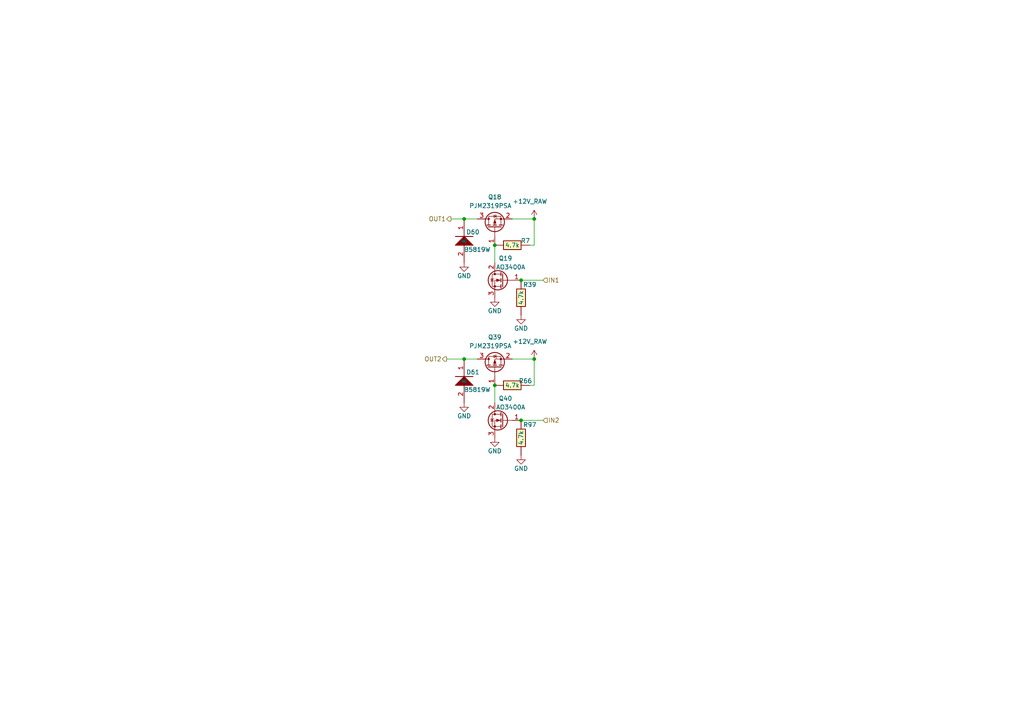
<source format=kicad_sch>
(kicad_sch (version 20230121) (generator eeschema)
  (paper "A4")
  (lib_symbols
    (symbol "Transistor_FET:IRLML5203" (pin_names hide)
      (property "Reference" "Q" (at 5.08 1.905 0))
      (property "Value" "IRLML5203" (at 5.08 0 0))
      (symbol "IRLML5203_0_1"
        (polyline (pts (xy 0.254 0) (xy -2.54 0)))
        (polyline (pts (xy 0.254 1.905) (xy 0.254 -1.905)) (stroke (width 0.254)))
        (polyline (pts (xy 0.762 -1.27) (xy 0.762 -2.286)) (stroke (width 0.254)))
        (polyline (pts (xy 0.762 0.508) (xy 0.762 -0.508)) (stroke (width 0.254)))
        (polyline (pts (xy 0.762 2.286) (xy 0.762 1.27)) (stroke (width 0.254)))
        (polyline (pts (xy 2.54 2.54) (xy 2.54 1.778)))
        (polyline (pts (xy 2.54 -2.54) (xy 2.54 0) (xy 0.762 0)))
        (polyline (pts (xy 0.762 1.778) (xy 3.302 1.778) (xy 3.302 -1.778) (xy 0.762 -1.778)))
        (polyline (pts (xy 2.286 0) (xy 1.27 0.381) (xy 1.27 -0.381) (xy 2.286 0)) (fill (type outline)))
        (polyline (pts (xy 2.794 -0.508) (xy 2.921 -0.381) (xy 3.683 -0.381) (xy 3.81 -0.254)))
        (polyline (pts (xy 3.302 -0.381) (xy 2.921 0.254) (xy 3.683 0.254) (xy 3.302 -0.381)))
        (circle (center 1.651 0) (radius 2.794) (stroke (width 0.254)))
        (circle (center 2.54 -1.778) (radius 0.254) (fill (type outline)))
        (circle (center 2.54 1.778) (radius 0.254) (fill (type outline)))
      )
      (symbol "IRLML5203_1_1"
        (pin input line (at -5.08 0 0) (length 2.54) (name "G") (number "1"))
        (pin passive line (at 2.54 -5.08 90) (length 2.54) (name "S") (number "2"))
        (pin passive line (at 2.54 5.08 270) (length 2.54) (name "D") (number "3"))
      )
    )
    (symbol "hellen-one-common:+12V_RAW" (power) (pin_names (offset 0))
      (property "Value" "+12V_RAW" (at 0 3.556 0))
      (symbol "+12V_RAW_0_1"
        (polyline (pts (xy -0.762 1.27) (xy 0 2.54)))
        (polyline (pts (xy 0 0) (xy 0 2.54)))
        (polyline (pts (xy 0 2.54) (xy 0.762 1.27)))
      )
      (symbol "+12V_RAW_1_1"
        (pin power_in line (at 0 0 90) (length 0) hide (name "+12V_RAW") (number "1"))
      )
    )
    (symbol "hellen-one-common:1N4148WS"
      (property "Reference" "D" (at 0 2.54 0))
      (property "Value" "1N4148WS" (at 0 -3.81 0))
      (symbol "1N4148WS_1_0"
        (polyline (pts (xy 2.54 2.54) (xy 2.54 -2.54)) (stroke (width 0.254)))
        (polyline (pts (xy 0 -2.54) (xy 2.54 0) (xy 0 2.54) (xy 0 -2.54)) (stroke (width 0.254)) (fill (type outline)))
        (pin passive line (at 7.62 0 180) (length 5.08) (name "K") (number "1"))
        (pin passive line (at -5.08 0 0) (length 5.08) (name "A") (number "2"))
      )
    )
    (symbol "hellen-one-common:MOSFET-N" (pin_names hide)
      (property "Reference" "Q" (at 5.08 6.35 0))
      (property "Value" "MOSFET-N" (at 2.54 3.81 0))
      (symbol "MOSFET-N_0_1"
        (polyline (pts (xy 0.254 0) (xy -2.54 0)))
        (polyline (pts (xy 0.254 1.905) (xy 0.254 -1.905)) (stroke (width 0.254)))
        (polyline (pts (xy 0.762 -1.27) (xy 0.762 -2.286)) (stroke (width 0.254)))
        (polyline (pts (xy 0.762 0.508) (xy 0.762 -0.508)) (stroke (width 0.254)))
        (polyline (pts (xy 0.762 2.286) (xy 0.762 1.27)) (stroke (width 0.254)))
        (polyline (pts (xy 2.54 2.54) (xy 2.54 1.778)))
        (polyline (pts (xy 2.54 -2.54) (xy 2.54 0) (xy 0.762 0)))
        (polyline (pts (xy 0.762 -1.778) (xy 3.302 -1.778) (xy 3.302 1.778) (xy 0.762 1.778)))
        (polyline (pts (xy 1.016 0) (xy 2.032 0.381) (xy 2.032 -0.381) (xy 1.016 0)) (fill (type outline)))
        (polyline (pts (xy 2.794 0.508) (xy 2.921 0.381) (xy 3.683 0.381) (xy 3.81 0.254)))
        (polyline (pts (xy 3.302 0.381) (xy 2.921 -0.254) (xy 3.683 -0.254) (xy 3.302 0.381)))
        (circle (center 1.651 0) (radius 2.794) (stroke (width 0.254)))
        (circle (center 2.54 -1.778) (radius 0.254) (fill (type outline)))
        (circle (center 2.54 1.778) (radius 0.254) (fill (type outline)))
      )
      (symbol "MOSFET-N_1_1"
        (pin input line (at -5.08 0 0) (length 2.54) (name "G") (number "1"))
        (pin passive line (at 2.54 5.08 270) (length 2.54) (name "D") (number "2"))
        (pin passive line (at 2.54 -5.08 90) (length 2.54) (name "S") (number "3"))
      )
    )
    (symbol "hellen-one-common:Res" (pin_numbers hide)
      (property "Reference" "R" (at 3.81 2.54 0))
      (property "Value" "Res" (at 5.08 -2.54 0))
      (symbol "Res_1_0"
        (rectangle (start 2.54 -1.27) (end 7.62 1.27) (stroke (width 0.254)) (fill (type background)))
        (pin passive line (at 0 0 0) (length 2.54) (name "") (number "1"))
        (pin passive line (at 10.16 0 180) (length 2.54) (name "") (number "2"))
      )
    )
    (symbol "power:GND" (power) (pin_names (offset 0))
      (property "Value" "GND" (at 0 -3.81 0))
      (symbol "GND_0_1"
        (polyline (pts (xy 0 0) (xy 0 -1.27) (xy 1.27 -1.27) (xy 0 -2.54) (xy -1.27 -1.27) (xy 0 -1.27)))
      )
      (symbol "GND_1_1"
        (pin power_in line (at 0 0 270) (length 0) hide (name "GND") (number "1"))
      )
    )
  )
  (junction (at 134.62 104.14))
  (junction (at 134.62 63.5))
  (junction (at 143.51 111.76))
  (junction (at 154.94 104.14))
  (junction (at 154.94 63.5))
  (junction (at 143.51 71.12))
  (junction (at 151.13 121.92))
  (junction (at 151.13 81.28))
  (wire (pts (xy 153.67 111.76) (xy 154.94 111.76)))
  (wire (pts (xy 154.94 71.12) (xy 154.94 63.5)))
  (wire (pts (xy 151.13 81.28) (xy 157.48 81.28)))
  (wire (pts (xy 143.51 71.12) (xy 143.51 76.2)))
  (wire (pts (xy 148.59 63.5) (xy 154.94 63.5)))
  (wire (pts (xy 134.62 104.14) (xy 138.43 104.14)))
  (wire (pts (xy 151.13 121.92) (xy 157.48 121.92)))
  (wire (pts (xy 130.81 63.5) (xy 134.62 63.5)))
  (wire (pts (xy 153.67 71.12) (xy 154.94 71.12)))
  (wire (pts (xy 134.62 63.5) (xy 138.43 63.5)))
  (wire (pts (xy 134.62 104.14) (xy 129.54 104.14)))
  (wire (pts (xy 154.94 111.76) (xy 154.94 104.14)))
  (wire (pts (xy 148.59 104.14) (xy 154.94 104.14)))
  (wire (pts (xy 143.51 111.76) (xy 143.51 116.84)))
  (hierarchical_label "IN2" (shape input) (at 157.48 121.92 0))
  (hierarchical_label "IN1" (shape input) (at 157.48 81.28 0))
  (hierarchical_label "OUT2" (shape output) (at 129.54 104.14 180))
  (hierarchical_label "OUT1" (shape output) (at 130.81 63.5 180))
  (symbol (lib_id "hellen-one-common:Res") (at 151.13 121.92 270) (unit 1)
    (property "Reference" "R97" (at 153.67 123.19 90))
    (property "Value" "4.7k" (at 151.13 127 0))
    (property "Footprint" "hellen-one-common:R0603" (effects hide))
    (property "LCSC" "C23162" (effects hide))
    (instances (project "alphax_4ch" (path "" (reference "R97") (unit 1)) (path "" (reference "R38") (unit 1))))
  )
  (symbol (lib_id "power:GND") (at 143.51 127 0) (mirror y) (unit 1)
    (property "Reference" "#PWR094" (effects hide))
    (property "Value" "GND" (at 143.51 130.81 0))
    (instances (project "alphax_4ch" (path "" (reference "#PWR094") (unit 1)) (path "" (reference "#PWR091") (unit 1))))
  )
  (symbol (lib_id "power:GND") (at 134.62 76.2 0) (mirror y) (unit 1)
    (property "Reference" "#PWR086" (effects hide))
    (property "Value" "GND" (at 134.62 80.01 0))
  )
  (symbol (lib_id "power:GND") (at 143.51 86.36 0) (mirror y) (unit 1)
    (property "Reference" "#PWR087" (effects hide))
    (property "Value" "GND" (at 143.51 90.17 0))
  )
  (symbol (lib_id "power:GND") (at 151.13 132.08 0) (mirror y) (unit 1)
    (property "Reference" "#PWR097" (effects hide))
    (property "Value" "GND" (at 151.13 135.89 0))
    (instances (project "alphax_4ch" (path "" (reference "#PWR097") (unit 1)) (path "" (reference "#PWR094") (unit 1))))
  )
  (symbol (lib_id "hellen-one-common:1N4148WS") (at 134.62 111.76 90) (unit 1)
    (property "Reference" "D61" (at 137.16 107.95 90))
    (property "Value" "B5819W" (at 138.43 113.03 90))
    (property "Footprint" "hellen-one-common:SOD-123" (effects hide))
    (property "LCSC" "C8598" (effects hide))
    (instances (project "alphax_4ch" (path "" (reference "D61") (unit 1)) (path "" (reference "D51") (unit 1))))
  )
  (symbol (lib_id "Transistor_FET:IRLML5203") (at 143.51 66.04 90) (unit 1)
    (property "Reference" "Q18" (at 143.51 57.15 90))
    (property "Value" "PJM2319PSA" (at 142.24 59.69 90))
    (property "Footprint" "Package_TO_SOT_SMD:SOT-23" (effects hide))
    (property "Datasheet" "https://datasheet.lcsc.com/lcsc/1912111437_PJSEMI-PJM2319PSA_C411720.pdf" (effects hide))
    (property "LCSC" "C411720" (effects hide))
    (instances (project "alphax_4ch" (path "" (reference "Q18") (unit 1)) (path "" (reference "Q2") (unit 1))))
  )
  (symbol (lib_id "hellen-one-common:+12V_RAW") (at 154.94 104.14 0) (mirror y) (unit 1)
    (property "Reference" "#PWR098" (effects hide))
    (property "Value" "+12V_RAW" (at 158.75 99.06 0) (effects (justify left)))
    (instances (project "alphax_4ch" (path "" (reference "#PWR098") (unit 1)) (path "" (reference "#PWR097") (unit 1))))
  )
  (symbol (lib_id "Transistor_FET:IRLML5203") (at 143.51 106.68 90) (unit 1)
    (property "Reference" "Q39" (at 143.51 97.79 90))
    (property "Value" "PJM2319PSA" (at 142.24 100.33 90))
    (property "Footprint" "Package_TO_SOT_SMD:SOT-23" (effects hide))
    (property "Datasheet" "https://datasheet.lcsc.com/lcsc/1912111437_PJSEMI-PJM2319PSA_C411720.pdf" (effects hide))
    (property "LCSC" "C411720" (effects hide))
    (instances (project "alphax_4ch" (path "" (reference "Q39") (unit 1)) (path "" (reference "Q16") (unit 1))))
  )
  (symbol (lib_id "power:GND") (at 134.62 116.84 0) (mirror y) (unit 1)
    (property "Reference" "#PWR090" (effects hide))
    (property "Value" "GND" (at 134.62 120.65 0))
  )
  (symbol (lib_id "hellen-one-common:Res") (at 143.51 111.76 0) (unit 1)
    (property "Reference" "R66" (at 152.4 110.49 0))
    (property "Value" "4.7k" (at 148.59 111.76 0))
    (property "Footprint" "hellen-one-common:R0603" (effects hide))
    (property "LCSC" "C23162" (effects hide))
    (instances (project "alphax_4ch" (path "" (reference "R66") (unit 1)) (path "" (reference "R20") (unit 1))))
  )
  (symbol (lib_id "hellen-one-common:MOSFET-N") (at 146.05 81.28 0) (mirror y) (unit 1)
    (property "Reference" "Q19" (at 148.59 74.93 0) (effects (justify left)))
    (property "Value" "AO3400A" (at 152.4 77.47 0) (effects (justify left)))
    (property "Footprint" "hellen-one-common:SOT-23" (effects hide))
    (property "LCSC" " C20917" (effects hide))
    (instances (project "alphax_4ch" (path "" (reference "Q19") (unit 1)) (path "" (reference "Q4") (unit 1))))
  )
  (symbol (lib_id "power:GND") (at 151.13 91.44 0) (mirror y) (unit 1)
    (property "Reference" "#PWR088" (effects hide))
    (property "Value" "GND" (at 151.13 95.25 0))
  )
  (symbol (lib_id "hellen-one-common:MOSFET-N") (at 146.05 121.92 0) (mirror y) (unit 1)
    (property "Reference" "Q40" (at 148.59 115.57 0) (effects (justify left)))
    (property "Value" "AO3400A" (at 152.4 118.11 0) (effects (justify left)))
    (property "Footprint" "hellen-one-common:SOT-23" (effects hide))
    (property "LCSC" " C20917" (effects hide))
    (instances (project "alphax_4ch" (path "" (reference "Q40") (unit 1)) (path "" (reference "Q17") (unit 1))))
  )
  (symbol (lib_id "hellen-one-common:+12V_RAW") (at 154.94 63.5 0) (mirror y) (unit 1)
    (property "Reference" "#PWR089" (effects hide))
    (property "Value" "+12V_RAW" (at 158.75 58.42 0) (effects (justify left)))
  )
  (symbol (lib_id "hellen-one-common:Res") (at 151.13 81.28 270) (unit 1)
    (property "Reference" "R39" (at 153.67 82.55 90))
    (property "Value" "4.7k" (at 151.13 86.36 0))
    (property "Footprint" "hellen-one-common:R0603" (effects hide))
    (property "LCSC" "C23162" (effects hide))
    (instances (project "alphax_4ch" (path "" (reference "R39") (unit 1)) (path "" (reference "R14") (unit 1))))
  )
  (symbol (lib_id "hellen-one-common:1N4148WS") (at 134.62 71.12 90) (unit 1)
    (property "Reference" "D60" (at 137.16 67.31 90))
    (property "Value" "B5819W" (at 138.43 72.39 90))
    (property "Footprint" "hellen-one-common:SOD-123" (effects hide))
    (property "LCSC" "C8598" (effects hide))
    (instances (project "alphax_4ch" (path "" (reference "D60") (unit 1)) (path "" (reference "D50") (unit 1))))
  )
  (symbol (lib_id "hellen-one-common:Res") (at 143.51 71.12 0) (unit 1)
    (property "Reference" "R7" (at 152.4 69.85 0))
    (property "Value" "4.7k" (at 148.59 71.12 0))
    (property "Footprint" "hellen-one-common:R0603" (effects hide))
    (property "LCSC" "C23162" (effects hide))
  )
)
</source>
